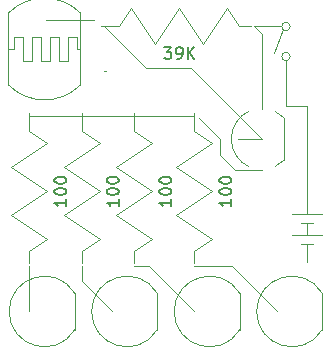
<source format=gbr>
G04 #@! TF.FileFunction,Legend,Top*
%FSLAX46Y46*%
G04 Gerber Fmt 4.6, Leading zero omitted, Abs format (unit mm)*
G04 Created by KiCad (PCBNEW 4.0.7) date 03/14/18 22:24:58*
%MOMM*%
%LPD*%
G01*
G04 APERTURE LIST*
%ADD10C,0.100000*%
%ADD11C,0.120000*%
%ADD12C,0.150000*%
G04 APERTURE END LIST*
D10*
X133350000Y-132080000D02*
X133350000Y-130810000D01*
X135890000Y-134620000D02*
X133350000Y-132080000D01*
X139065000Y-130810000D02*
X137795000Y-130810000D01*
X142875000Y-134620000D02*
X139065000Y-130810000D01*
X146050000Y-130810000D02*
X142875000Y-130810000D01*
X149860000Y-134620000D02*
X146050000Y-130810000D01*
X130302000Y-109982000D02*
X134366000Y-109982000D01*
X145034000Y-120015000D02*
X143256000Y-118237000D01*
X145034000Y-121412000D02*
X145034000Y-120015000D01*
X146304000Y-122682000D02*
X145034000Y-121412000D01*
X148590000Y-122682000D02*
X146304000Y-122682000D01*
X148590000Y-111125000D02*
X147955000Y-110490000D01*
X148590000Y-111379000D02*
X148590000Y-111125000D01*
X148590000Y-117475000D02*
X148590000Y-111379000D01*
X138811000Y-114046000D02*
X138938000Y-114046000D01*
X135255000Y-110490000D02*
X138811000Y-114046000D01*
X142621000Y-114046000D02*
X138938000Y-114046000D01*
X148590000Y-120015000D02*
X142621000Y-114046000D01*
X128905000Y-130810000D02*
X128905000Y-134620000D01*
X135382000Y-114300000D02*
X135255000Y-114300000D01*
X148590000Y-120015000D02*
X146558000Y-120015000D01*
X128905000Y-118110000D02*
X142875000Y-118110000D01*
X150241000Y-110490000D02*
X147955000Y-110490000D01*
X152400000Y-117221000D02*
X152400000Y-117475000D01*
X150622000Y-117221000D02*
X152400000Y-117221000D01*
X150622000Y-113411000D02*
X150622000Y-117221000D01*
X152400000Y-125095000D02*
X152400000Y-117475000D01*
D11*
X127185000Y-134619538D02*
G75*
G03X132735000Y-136164830I2990000J-462D01*
G01*
X127185000Y-134620462D02*
G75*
G02X132735000Y-133075170I2990000J462D01*
G01*
X132735000Y-136165000D02*
X132735000Y-133075000D01*
X150440000Y-121815000D02*
X150440000Y-118215000D01*
X149712795Y-122339184D02*
G75*
G03X150440000Y-121815000I-1122795J2324184D01*
G01*
X147491193Y-122371400D02*
G75*
G02X145990000Y-120015000I1098807J2356400D01*
G01*
X147491193Y-117658600D02*
G75*
G03X145990000Y-120015000I1098807J-2356400D01*
G01*
X149712795Y-117690816D02*
G75*
G02X150440000Y-118215000I-1122795J-2324184D01*
G01*
D10*
X147701000Y-110490000D02*
X146685000Y-110490000D01*
X146685000Y-110490000D02*
X145669000Y-108966000D01*
X145669000Y-108966000D02*
X143637000Y-112014000D01*
X143637000Y-112014000D02*
X141605000Y-108966000D01*
X141605000Y-108966000D02*
X139573000Y-112014000D01*
X139573000Y-112014000D02*
X137541000Y-108966000D01*
X137541000Y-108966000D02*
X136525000Y-110490000D01*
X136525000Y-110490000D02*
X135001000Y-110490000D01*
X127127000Y-112395000D02*
X127635000Y-112395000D01*
X127635000Y-112395000D02*
X127635000Y-111379000D01*
X127635000Y-111379000D02*
X128397000Y-111379000D01*
X128397000Y-111379000D02*
X128397000Y-113411000D01*
X128397000Y-113411000D02*
X129159000Y-113411000D01*
X129159000Y-113411000D02*
X129159000Y-111379000D01*
X129159000Y-111379000D02*
X129921000Y-111379000D01*
X129921000Y-111379000D02*
X129921000Y-113411000D01*
X129921000Y-113411000D02*
X130683000Y-113411000D01*
X130683000Y-113411000D02*
X130683000Y-111379000D01*
X130683000Y-111379000D02*
X131445000Y-111379000D01*
X131445000Y-111379000D02*
X131445000Y-113411000D01*
X131445000Y-113411000D02*
X132207000Y-113411000D01*
X132207000Y-113411000D02*
X132207000Y-111379000D01*
X132207000Y-111379000D02*
X132969000Y-111379000D01*
X132969000Y-111379000D02*
X132969000Y-112395000D01*
X132969000Y-112395000D02*
X133223000Y-112395000D01*
X127127000Y-109347000D02*
X127127000Y-115443000D01*
X133223000Y-115443000D02*
X133223000Y-109347000D01*
X133223000Y-109347000D02*
G75*
G03X127127000Y-109347000I-3048000J-3048000D01*
G01*
X127127000Y-115443000D02*
G75*
G03X133223000Y-115443000I3048000J3048000D01*
G01*
X133350000Y-130556000D02*
X133350000Y-129540000D01*
X133350000Y-129540000D02*
X134874000Y-128524000D01*
X134874000Y-128524000D02*
X131826000Y-126492000D01*
X131826000Y-126492000D02*
X134874000Y-124460000D01*
X134874000Y-124460000D02*
X131826000Y-122428000D01*
X131826000Y-122428000D02*
X134874000Y-120396000D01*
X134874000Y-120396000D02*
X133350000Y-119380000D01*
X133350000Y-119380000D02*
X133350000Y-117856000D01*
X128905000Y-130556000D02*
X128905000Y-129540000D01*
X128905000Y-129540000D02*
X130429000Y-128524000D01*
X130429000Y-128524000D02*
X127381000Y-126492000D01*
X127381000Y-126492000D02*
X130429000Y-124460000D01*
X130429000Y-124460000D02*
X127381000Y-122428000D01*
X127381000Y-122428000D02*
X130429000Y-120396000D01*
X130429000Y-120396000D02*
X128905000Y-119380000D01*
X128905000Y-119380000D02*
X128905000Y-117856000D01*
X137795000Y-130556000D02*
X137795000Y-129540000D01*
X137795000Y-129540000D02*
X139319000Y-128524000D01*
X139319000Y-128524000D02*
X136271000Y-126492000D01*
X136271000Y-126492000D02*
X139319000Y-124460000D01*
X139319000Y-124460000D02*
X136271000Y-122428000D01*
X136271000Y-122428000D02*
X139319000Y-120396000D01*
X139319000Y-120396000D02*
X137795000Y-119380000D01*
X137795000Y-119380000D02*
X137795000Y-117856000D01*
X142875000Y-130556000D02*
X142875000Y-129540000D01*
X142875000Y-129540000D02*
X144399000Y-128524000D01*
X144399000Y-128524000D02*
X141351000Y-126492000D01*
X141351000Y-126492000D02*
X144399000Y-124460000D01*
X144399000Y-124460000D02*
X141351000Y-122428000D01*
X141351000Y-122428000D02*
X144399000Y-120396000D01*
X144399000Y-120396000D02*
X142875000Y-119380000D01*
X142875000Y-119380000D02*
X142875000Y-117856000D01*
X150368000Y-110744000D02*
X149606000Y-112776000D01*
X150981210Y-110490000D02*
G75*
G03X150981210Y-110490000I-359210J0D01*
G01*
X150981210Y-113030000D02*
G75*
G03X150981210Y-113030000I-359210J0D01*
G01*
X152400000Y-128143000D02*
X152400000Y-127127000D01*
X152400000Y-128905000D02*
X152400000Y-130429000D01*
X152908000Y-128905000D02*
X151892000Y-128905000D01*
X153670000Y-128143000D02*
X151130000Y-128143000D01*
X152908000Y-127127000D02*
X151892000Y-127127000D01*
X153670000Y-126365000D02*
X151130000Y-126365000D01*
X152400000Y-124587000D02*
X152400000Y-126365000D01*
D11*
X134170000Y-134619538D02*
G75*
G03X139720000Y-136164830I2990000J-462D01*
G01*
X134170000Y-134620462D02*
G75*
G02X139720000Y-133075170I2990000J462D01*
G01*
X139720000Y-136165000D02*
X139720000Y-133075000D01*
X141155000Y-134619538D02*
G75*
G03X146705000Y-136164830I2990000J-462D01*
G01*
X141155000Y-134620462D02*
G75*
G02X146705000Y-133075170I2990000J462D01*
G01*
X146705000Y-136165000D02*
X146705000Y-133075000D01*
X148140000Y-134619538D02*
G75*
G03X153690000Y-136164830I2990000J-462D01*
G01*
X148140000Y-134620462D02*
G75*
G02X153690000Y-133075170I2990000J462D01*
G01*
X153690000Y-136165000D02*
X153690000Y-133075000D01*
D12*
X140295476Y-112228381D02*
X140914524Y-112228381D01*
X140581190Y-112609333D01*
X140724048Y-112609333D01*
X140819286Y-112656952D01*
X140866905Y-112704571D01*
X140914524Y-112799810D01*
X140914524Y-113037905D01*
X140866905Y-113133143D01*
X140819286Y-113180762D01*
X140724048Y-113228381D01*
X140438333Y-113228381D01*
X140343095Y-113180762D01*
X140295476Y-113133143D01*
X141390714Y-113228381D02*
X141581190Y-113228381D01*
X141676429Y-113180762D01*
X141724048Y-113133143D01*
X141819286Y-112990286D01*
X141866905Y-112799810D01*
X141866905Y-112418857D01*
X141819286Y-112323619D01*
X141771667Y-112276000D01*
X141676429Y-112228381D01*
X141485952Y-112228381D01*
X141390714Y-112276000D01*
X141343095Y-112323619D01*
X141295476Y-112418857D01*
X141295476Y-112656952D01*
X141343095Y-112752190D01*
X141390714Y-112799810D01*
X141485952Y-112847429D01*
X141676429Y-112847429D01*
X141771667Y-112799810D01*
X141819286Y-112752190D01*
X141866905Y-112656952D01*
X142295476Y-113228381D02*
X142295476Y-112228381D01*
X142866905Y-113228381D02*
X142438333Y-112656952D01*
X142866905Y-112228381D02*
X142295476Y-112799810D01*
X136462381Y-125126666D02*
X136462381Y-125698095D01*
X136462381Y-125412381D02*
X135462381Y-125412381D01*
X135605238Y-125507619D01*
X135700476Y-125602857D01*
X135748095Y-125698095D01*
X135462381Y-124507619D02*
X135462381Y-124412380D01*
X135510000Y-124317142D01*
X135557619Y-124269523D01*
X135652857Y-124221904D01*
X135843333Y-124174285D01*
X136081429Y-124174285D01*
X136271905Y-124221904D01*
X136367143Y-124269523D01*
X136414762Y-124317142D01*
X136462381Y-124412380D01*
X136462381Y-124507619D01*
X136414762Y-124602857D01*
X136367143Y-124650476D01*
X136271905Y-124698095D01*
X136081429Y-124745714D01*
X135843333Y-124745714D01*
X135652857Y-124698095D01*
X135557619Y-124650476D01*
X135510000Y-124602857D01*
X135462381Y-124507619D01*
X135462381Y-123555238D02*
X135462381Y-123459999D01*
X135510000Y-123364761D01*
X135557619Y-123317142D01*
X135652857Y-123269523D01*
X135843333Y-123221904D01*
X136081429Y-123221904D01*
X136271905Y-123269523D01*
X136367143Y-123317142D01*
X136414762Y-123364761D01*
X136462381Y-123459999D01*
X136462381Y-123555238D01*
X136414762Y-123650476D01*
X136367143Y-123698095D01*
X136271905Y-123745714D01*
X136081429Y-123793333D01*
X135843333Y-123793333D01*
X135652857Y-123745714D01*
X135557619Y-123698095D01*
X135510000Y-123650476D01*
X135462381Y-123555238D01*
X132017381Y-125126666D02*
X132017381Y-125698095D01*
X132017381Y-125412381D02*
X131017381Y-125412381D01*
X131160238Y-125507619D01*
X131255476Y-125602857D01*
X131303095Y-125698095D01*
X131017381Y-124507619D02*
X131017381Y-124412380D01*
X131065000Y-124317142D01*
X131112619Y-124269523D01*
X131207857Y-124221904D01*
X131398333Y-124174285D01*
X131636429Y-124174285D01*
X131826905Y-124221904D01*
X131922143Y-124269523D01*
X131969762Y-124317142D01*
X132017381Y-124412380D01*
X132017381Y-124507619D01*
X131969762Y-124602857D01*
X131922143Y-124650476D01*
X131826905Y-124698095D01*
X131636429Y-124745714D01*
X131398333Y-124745714D01*
X131207857Y-124698095D01*
X131112619Y-124650476D01*
X131065000Y-124602857D01*
X131017381Y-124507619D01*
X131017381Y-123555238D02*
X131017381Y-123459999D01*
X131065000Y-123364761D01*
X131112619Y-123317142D01*
X131207857Y-123269523D01*
X131398333Y-123221904D01*
X131636429Y-123221904D01*
X131826905Y-123269523D01*
X131922143Y-123317142D01*
X131969762Y-123364761D01*
X132017381Y-123459999D01*
X132017381Y-123555238D01*
X131969762Y-123650476D01*
X131922143Y-123698095D01*
X131826905Y-123745714D01*
X131636429Y-123793333D01*
X131398333Y-123793333D01*
X131207857Y-123745714D01*
X131112619Y-123698095D01*
X131065000Y-123650476D01*
X131017381Y-123555238D01*
X140907381Y-125126666D02*
X140907381Y-125698095D01*
X140907381Y-125412381D02*
X139907381Y-125412381D01*
X140050238Y-125507619D01*
X140145476Y-125602857D01*
X140193095Y-125698095D01*
X139907381Y-124507619D02*
X139907381Y-124412380D01*
X139955000Y-124317142D01*
X140002619Y-124269523D01*
X140097857Y-124221904D01*
X140288333Y-124174285D01*
X140526429Y-124174285D01*
X140716905Y-124221904D01*
X140812143Y-124269523D01*
X140859762Y-124317142D01*
X140907381Y-124412380D01*
X140907381Y-124507619D01*
X140859762Y-124602857D01*
X140812143Y-124650476D01*
X140716905Y-124698095D01*
X140526429Y-124745714D01*
X140288333Y-124745714D01*
X140097857Y-124698095D01*
X140002619Y-124650476D01*
X139955000Y-124602857D01*
X139907381Y-124507619D01*
X139907381Y-123555238D02*
X139907381Y-123459999D01*
X139955000Y-123364761D01*
X140002619Y-123317142D01*
X140097857Y-123269523D01*
X140288333Y-123221904D01*
X140526429Y-123221904D01*
X140716905Y-123269523D01*
X140812143Y-123317142D01*
X140859762Y-123364761D01*
X140907381Y-123459999D01*
X140907381Y-123555238D01*
X140859762Y-123650476D01*
X140812143Y-123698095D01*
X140716905Y-123745714D01*
X140526429Y-123793333D01*
X140288333Y-123793333D01*
X140097857Y-123745714D01*
X140002619Y-123698095D01*
X139955000Y-123650476D01*
X139907381Y-123555238D01*
X145987381Y-125126666D02*
X145987381Y-125698095D01*
X145987381Y-125412381D02*
X144987381Y-125412381D01*
X145130238Y-125507619D01*
X145225476Y-125602857D01*
X145273095Y-125698095D01*
X144987381Y-124507619D02*
X144987381Y-124412380D01*
X145035000Y-124317142D01*
X145082619Y-124269523D01*
X145177857Y-124221904D01*
X145368333Y-124174285D01*
X145606429Y-124174285D01*
X145796905Y-124221904D01*
X145892143Y-124269523D01*
X145939762Y-124317142D01*
X145987381Y-124412380D01*
X145987381Y-124507619D01*
X145939762Y-124602857D01*
X145892143Y-124650476D01*
X145796905Y-124698095D01*
X145606429Y-124745714D01*
X145368333Y-124745714D01*
X145177857Y-124698095D01*
X145082619Y-124650476D01*
X145035000Y-124602857D01*
X144987381Y-124507619D01*
X144987381Y-123555238D02*
X144987381Y-123459999D01*
X145035000Y-123364761D01*
X145082619Y-123317142D01*
X145177857Y-123269523D01*
X145368333Y-123221904D01*
X145606429Y-123221904D01*
X145796905Y-123269523D01*
X145892143Y-123317142D01*
X145939762Y-123364761D01*
X145987381Y-123459999D01*
X145987381Y-123555238D01*
X145939762Y-123650476D01*
X145892143Y-123698095D01*
X145796905Y-123745714D01*
X145606429Y-123793333D01*
X145368333Y-123793333D01*
X145177857Y-123745714D01*
X145082619Y-123698095D01*
X145035000Y-123650476D01*
X144987381Y-123555238D01*
M02*

</source>
